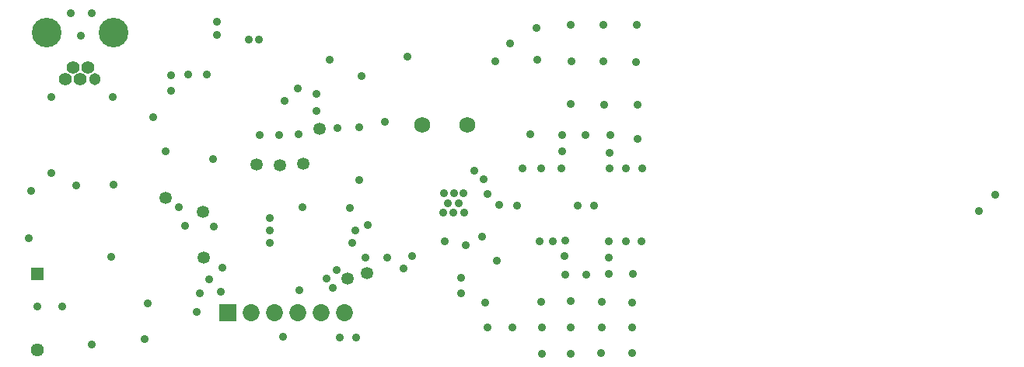
<source format=gbr>
%TF.GenerationSoftware,Altium Limited,Altium Designer,23.9.2 (47)*%
G04 Layer_Color=16711935*
%FSLAX45Y45*%
%MOMM*%
%TF.SameCoordinates,CBF7E160-FA54-4A09-933F-9C1B5268631E*%
%TF.FilePolarity,Negative*%
%TF.FileFunction,Soldermask,Bot*%
%TF.Part,Single*%
G01*
G75*
%TA.AperFunction,SMDPad,CuDef*%
%ADD65C,1.35000*%
%TA.AperFunction,ComponentPad*%
%ADD78C,1.30320*%
%ADD79C,1.40320*%
%ADD80C,3.23320*%
%ADD81C,1.72720*%
%ADD82C,1.85320*%
%ADD83R,1.85320X1.85320*%
%ADD84R,1.44120X1.44120*%
%ADD85C,1.44120*%
%TA.AperFunction,ViaPad*%
%ADD86C,0.90320*%
D65*
X7836524Y7164523D02*
D03*
X8259000Y6508000D02*
D03*
X8245000Y7010000D02*
D03*
X9517000Y7915000D02*
D03*
X9089000Y7522000D02*
D03*
X9819000Y6278000D02*
D03*
X8831000Y7524000D02*
D03*
X9338000Y7531000D02*
D03*
X10031000Y6343000D02*
D03*
D78*
X7070000Y8460500D02*
D03*
D79*
X6989999Y8580500D02*
D03*
X6910000Y8460500D02*
D03*
X6830000Y8580500D02*
D03*
X6749999Y8460500D02*
D03*
D80*
X7275000Y8965500D02*
D03*
X6545000D02*
D03*
D81*
X10637000Y7954000D02*
D03*
X11125000D02*
D03*
D82*
X9786000Y5906000D02*
D03*
X9532000D02*
D03*
X9278000D02*
D03*
X9024000D02*
D03*
X8770000D02*
D03*
D83*
X8516000D02*
D03*
D84*
X6442000Y6334600D02*
D03*
D85*
Y5505400D02*
D03*
D86*
X11664000Y7078000D02*
D03*
X6596000Y7431000D02*
D03*
X7708000Y8039000D02*
D03*
X7270000Y7302000D02*
D03*
X7837000Y7669000D02*
D03*
X7248000Y6515000D02*
D03*
X6871000Y7301000D02*
D03*
X7263000Y8264000D02*
D03*
X7644000Y6011000D02*
D03*
X6916000Y8928000D02*
D03*
X7033000Y9177000D02*
D03*
X6808000Y9180000D02*
D03*
X12509500Y7078500D02*
D03*
X12329500Y7077000D02*
D03*
X6597575Y8265426D02*
D03*
X8353000Y7587000D02*
D03*
X8399000Y8940000D02*
D03*
X8860000Y8890000D02*
D03*
X8747000D02*
D03*
X10870000Y7214000D02*
D03*
X11085000D02*
D03*
X11032000Y7103000D02*
D03*
X10913000D02*
D03*
X11088000Y7003000D02*
D03*
X10974000Y7000000D02*
D03*
X10861000Y7001000D02*
D03*
X7982000Y7063000D02*
D03*
X10475000Y8705000D02*
D03*
X9626000Y8669000D02*
D03*
X8400000Y9083000D02*
D03*
X8286000Y8509000D02*
D03*
X8085000Y8506000D02*
D03*
X11323000Y6022000D02*
D03*
X11616000Y5751000D02*
D03*
X11912000Y6689000D02*
D03*
X12057000Y6692000D02*
D03*
X12196000Y6695000D02*
D03*
X12186000Y6527000D02*
D03*
X12419000Y6320000D02*
D03*
X12669000Y6334000D02*
D03*
Y6509000D02*
D03*
X12667000Y6690000D02*
D03*
X12853999Y6689000D02*
D03*
X13020000Y6690000D02*
D03*
X13027000Y7484000D02*
D03*
X12853999Y7485000D02*
D03*
X12677000Y7482000D02*
D03*
Y7652000D02*
D03*
X12680000Y7844000D02*
D03*
X12410000Y7845000D02*
D03*
X12156000Y7844000D02*
D03*
Y7669000D02*
D03*
X12148000Y7480000D02*
D03*
X11928000D02*
D03*
X11731000Y7485000D02*
D03*
X11198000Y7459000D02*
D03*
X16695000Y7016000D02*
D03*
X16875000Y7196000D02*
D03*
X10253000Y6511000D02*
D03*
X12917000Y5468000D02*
D03*
X12248000Y5460000D02*
D03*
X11940000Y5457000D02*
D03*
X12917000Y5745000D02*
D03*
X12921001Y6019000D02*
D03*
X12925000Y6334000D02*
D03*
X12975000Y9054000D02*
D03*
X12967000Y8647000D02*
D03*
X12978999Y8179000D02*
D03*
Y7805000D02*
D03*
X12584000Y5468000D02*
D03*
X12590000Y5745000D02*
D03*
X12594000Y6030000D02*
D03*
X12609000Y9047000D02*
D03*
X12605000Y8651000D02*
D03*
X12613000Y8176000D02*
D03*
X12190000Y6324000D02*
D03*
X12255000Y6034000D02*
D03*
X11932000Y6030000D02*
D03*
X12252000Y5749000D02*
D03*
X11940000D02*
D03*
X12256000Y8184000D02*
D03*
X12260000Y8655000D02*
D03*
X12256000Y9052000D02*
D03*
X11890000Y8672000D02*
D03*
X11883000Y9016000D02*
D03*
X11284000Y6740000D02*
D03*
X11113000Y6649000D02*
D03*
X10978000Y7212000D02*
D03*
X8862000Y7851000D02*
D03*
X9074000Y7850000D02*
D03*
X9289000Y7857000D02*
D03*
X9484000Y8108000D02*
D03*
Y8297000D02*
D03*
X11594000Y8851000D02*
D03*
X11812000Y7853000D02*
D03*
X11350000Y5746000D02*
D03*
X11058000Y6121000D02*
D03*
X11055000Y6292000D02*
D03*
X10527000Y6525000D02*
D03*
X10430000Y6388000D02*
D03*
X9919000Y5639000D02*
D03*
X9738000D02*
D03*
X9123000Y5649000D02*
D03*
X9300000Y6154000D02*
D03*
X8459000Y6404000D02*
D03*
X8438000Y6137000D02*
D03*
X8315000Y6277000D02*
D03*
X8211000Y6117000D02*
D03*
X7616000Y5620000D02*
D03*
X7034000Y5563000D02*
D03*
X6713000Y5978000D02*
D03*
X6445000Y5980000D02*
D03*
X6380000Y7236000D02*
D03*
X7897000Y8503000D02*
D03*
X9280000Y8353000D02*
D03*
X9132000Y8218000D02*
D03*
X9710000Y7926000D02*
D03*
X11472600Y7082000D02*
D03*
X11450000Y6479000D02*
D03*
X11343000Y7205400D02*
D03*
X10878000Y6684000D02*
D03*
X6348000Y6723000D02*
D03*
X8182000Y5914000D02*
D03*
X8365000Y6847000D02*
D03*
X9978000Y8494000D02*
D03*
X11433000Y8653000D02*
D03*
X7903000Y8329000D02*
D03*
X9333000Y7060000D02*
D03*
X10014000Y6507000D02*
D03*
X9594000Y6283000D02*
D03*
X11300000Y7364000D02*
D03*
X8973000Y6670000D02*
D03*
X8975000Y6804000D02*
D03*
Y6941000D02*
D03*
X9665000Y6181000D02*
D03*
X9706000Y6377000D02*
D03*
X10229000Y7988000D02*
D03*
X9948000Y7933000D02*
D03*
X10040000Y6866000D02*
D03*
X9876000Y6675000D02*
D03*
X9909000Y6803000D02*
D03*
X9952000Y7357000D02*
D03*
X9847000Y7053000D02*
D03*
X8054000Y6857000D02*
D03*
%TF.MD5,cee393ec7ca00f3b9b0041411a5ca57b*%
M02*

</source>
